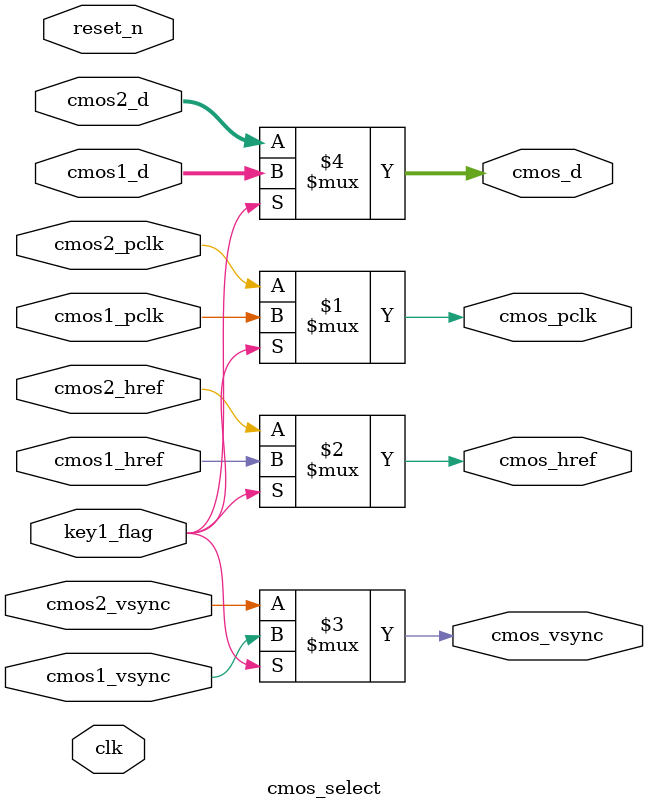
<source format=v>
/*-------------------------------------------------------------------------
Filename			:		cmos_select.v
Description		:		
Modification History	:
Data			By			Version			Change Description
===========================================================================
15/02/1
--------------------------------------------------------------------------*/
module	cmos_select
(
     input                                        clk,
     input                                        reset_n, 
     input                                        key1_flag, 
     
     output                                       cmos_vsync,       //cmos vsync
     output                                       cmos_href,        //cmos hsync refrence
     output                                       cmos_pclk,        //cmos pxiel clock
     output   [7:0]                               cmos_d,          //cmos data

     input                                        cmos1_vsync,       //cmos vsync
     input                                        cmos1_href,        //cmos hsync refrence
     input                                        cmos1_pclk,        //cmos pxiel clock
     input   [7:0]                                cmos1_d,          //cmos data

     input                                        cmos2_vsync,       //cmos vsync
     input                                        cmos2_href,        //cmos hsync refrence
     input                                        cmos2_pclk,        //cmos pxiel clock
     input   [7:0]                                cmos2_d          //cmos data

);

reg key_sig;
reg [15:0] key_counter;

assign cmos_pclk = key1_flag ? cmos1_pclk : cmos2_pclk;
assign cmos_href = key1_flag ? cmos1_href : cmos2_href;
assign cmos_vsync = key1_flag ? cmos1_vsync : cmos2_vsync;
assign cmos_d = key1_flag ? cmos1_d : cmos2_d;  
            
 endmodule
 
     
</source>
